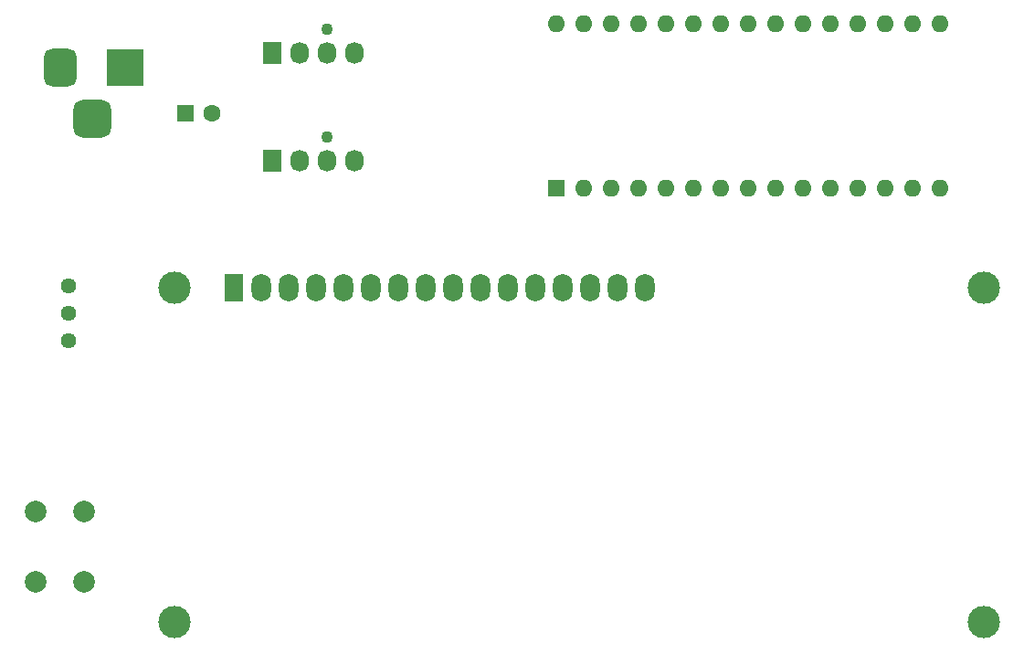
<source format=gbs>
%TF.GenerationSoftware,KiCad,Pcbnew,8.0.5*%
%TF.CreationDate,2024-10-30T03:14:09+09:00*%
%TF.ProjectId,FAN_controler_arduino_nano_2,46414e5f-636f-46e7-9472-6f6c65725f61,2.0*%
%TF.SameCoordinates,Original*%
%TF.FileFunction,Soldermask,Bot*%
%TF.FilePolarity,Negative*%
%FSLAX46Y46*%
G04 Gerber Fmt 4.6, Leading zero omitted, Abs format (unit mm)*
G04 Created by KiCad (PCBNEW 8.0.5) date 2024-10-30 03:14:09*
%MOMM*%
%LPD*%
G01*
G04 APERTURE LIST*
G04 Aperture macros list*
%AMRoundRect*
0 Rectangle with rounded corners*
0 $1 Rounding radius*
0 $2 $3 $4 $5 $6 $7 $8 $9 X,Y pos of 4 corners*
0 Add a 4 corners polygon primitive as box body*
4,1,4,$2,$3,$4,$5,$6,$7,$8,$9,$2,$3,0*
0 Add four circle primitives for the rounded corners*
1,1,$1+$1,$2,$3*
1,1,$1+$1,$4,$5*
1,1,$1+$1,$6,$7*
1,1,$1+$1,$8,$9*
0 Add four rect primitives between the rounded corners*
20,1,$1+$1,$2,$3,$4,$5,0*
20,1,$1+$1,$4,$5,$6,$7,0*
20,1,$1+$1,$6,$7,$8,$9,0*
20,1,$1+$1,$8,$9,$2,$3,0*%
G04 Aperture macros list end*
%ADD10O,1.800000X2.600000*%
%ADD11R,1.800000X2.600000*%
%ADD12C,3.000000*%
%ADD13R,1.600000X1.600000*%
%ADD14O,1.600000X1.600000*%
%ADD15C,2.000000*%
%ADD16C,1.600000*%
%ADD17C,1.100000*%
%ADD18R,1.730000X2.030000*%
%ADD19O,1.730000X2.030000*%
%ADD20C,1.440000*%
%ADD21R,3.500000X3.500000*%
%ADD22RoundRect,0.750000X-0.750000X-1.000000X0.750000X-1.000000X0.750000X1.000000X-0.750000X1.000000X0*%
%ADD23RoundRect,0.875000X-0.875000X-0.875000X0.875000X-0.875000X0.875000X0.875000X-0.875000X0.875000X0*%
G04 APERTURE END LIST*
D10*
%TO.C,LCD1*%
X164600520Y-107199300D03*
X162060520Y-107199300D03*
X159520520Y-107199300D03*
X156980520Y-107199300D03*
X154440520Y-107199300D03*
X151900520Y-107199300D03*
X149360520Y-107199300D03*
X146820520Y-107199300D03*
X144280520Y-107199300D03*
X141740520Y-107199300D03*
X139200520Y-107199300D03*
X136660520Y-107199300D03*
X134120520Y-107199300D03*
X131580520Y-107199300D03*
X129040520Y-107199300D03*
D11*
X126500520Y-107199300D03*
D12*
X196000520Y-107199300D03*
X196000000Y-138200000D03*
X121001420Y-138200000D03*
X121001420Y-107199300D03*
%TD*%
D13*
%TO.C,A1*%
X156440000Y-98000000D03*
D14*
X158980000Y-98000000D03*
X161520000Y-98000000D03*
X164060000Y-98000000D03*
X166600000Y-98000000D03*
X169140000Y-98000000D03*
X171680000Y-98000000D03*
X174220000Y-98000000D03*
X176760000Y-98000000D03*
X179300000Y-98000000D03*
X181840000Y-98000000D03*
X184380000Y-98000000D03*
X186920000Y-98000000D03*
X189460000Y-98000000D03*
X192000000Y-98000000D03*
X192000000Y-82760000D03*
X189460000Y-82760000D03*
X186920000Y-82760000D03*
X184380000Y-82760000D03*
X181840000Y-82760000D03*
X179300000Y-82760000D03*
X176760000Y-82760000D03*
X174220000Y-82760000D03*
X171680000Y-82760000D03*
X169140000Y-82760000D03*
X166600000Y-82760000D03*
X164060000Y-82760000D03*
X161520000Y-82760000D03*
X158980000Y-82760000D03*
X156440000Y-82760000D03*
%TD*%
D15*
%TO.C,SW1*%
X108100000Y-134450000D03*
X108100000Y-127950000D03*
X112600000Y-134450000D03*
X112600000Y-127950000D03*
%TD*%
D13*
%TO.C,C3*%
X121994888Y-91000000D03*
D16*
X124494888Y-91000000D03*
%TD*%
D17*
%TO.C,FAN1*%
X135140000Y-93240000D03*
D18*
X130060000Y-95400000D03*
D19*
X132600000Y-95400000D03*
X135140000Y-95400000D03*
X137680000Y-95400000D03*
%TD*%
D17*
%TO.C,MAIN_FAN1*%
X135140000Y-83240000D03*
D18*
X130060000Y-85400000D03*
D19*
X132600000Y-85400000D03*
X135140000Y-85400000D03*
X137680000Y-85400000D03*
%TD*%
D20*
%TO.C,RV1*%
X111200000Y-107050000D03*
X111200000Y-109590000D03*
X111200000Y-112130000D03*
%TD*%
D21*
%TO.C,J1*%
X116400000Y-86800000D03*
D22*
X110400000Y-86800000D03*
D23*
X113400000Y-91500000D03*
%TD*%
M02*

</source>
